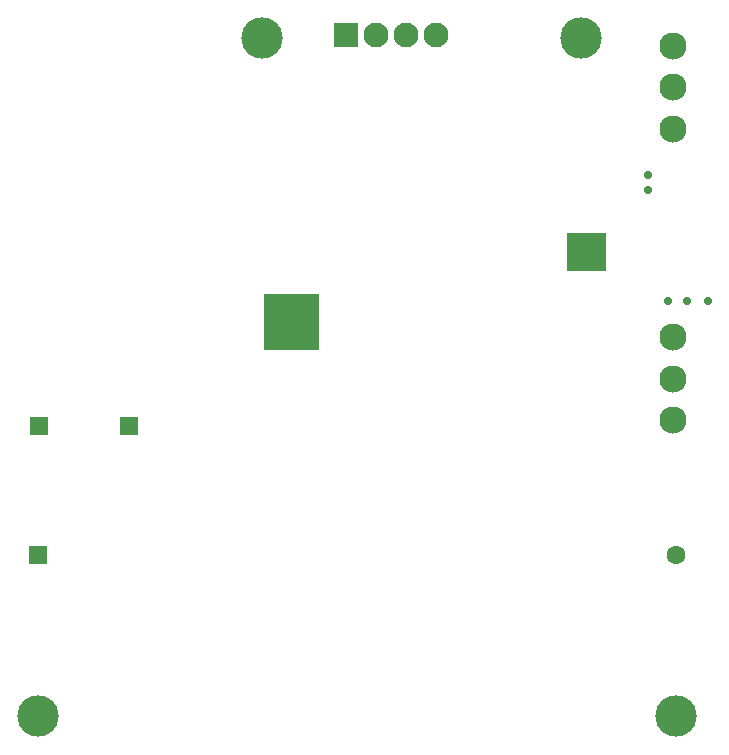
<source format=gbs>
G04*
G04 #@! TF.GenerationSoftware,Altium Limited,Altium Designer,19.1.8 (144)*
G04*
G04 Layer_Color=16711935*
%FSLAX44Y44*%
%MOMM*%
G71*
G01*
G75*
%ADD15C,3.5000*%
%ADD43C,0.1000*%
%ADD44C,2.3000*%
%ADD45C,2.1000*%
%ADD46R,2.1000X2.1000*%
%ADD47C,1.6000*%
%ADD48R,1.6000X1.6000*%
%ADD49C,0.8000*%
%ADD50C,0.7000*%
G36*
X231630Y397250D02*
X278000Y397250D01*
Y350250D01*
X231369Y350250D01*
X231630Y397250D01*
D02*
G37*
G36*
X488250Y449250D02*
X520750D01*
Y416750D01*
X488250D01*
Y449250D01*
D02*
G37*
D15*
X40000Y40000D02*
D03*
X580000D02*
D03*
X500000Y614000D02*
D03*
X230000D02*
D03*
D43*
X500000D02*
D03*
X230000D02*
D03*
X580000Y40000D02*
D03*
X40000D02*
D03*
D44*
X578000Y537500D02*
D03*
Y572500D02*
D03*
X578000Y291000D02*
D03*
Y326000D02*
D03*
X578000Y607500D02*
D03*
X578000Y361000D02*
D03*
D45*
X351450Y616750D02*
D03*
X326050D02*
D03*
X376850D02*
D03*
D46*
X300650D02*
D03*
D47*
X580250Y176500D02*
D03*
D48*
X40250D02*
D03*
X40650Y285750D02*
D03*
X116850D02*
D03*
D49*
X504500Y433000D02*
D03*
X494500Y443000D02*
D03*
X514500D02*
D03*
Y423000D02*
D03*
X494500D02*
D03*
X269750Y373500D02*
D03*
X254750Y388500D02*
D03*
X239750Y373500D02*
D03*
X254750Y358500D02*
D03*
X269750D02*
D03*
X239750D02*
D03*
X269750Y388500D02*
D03*
X239750D02*
D03*
X254750Y373500D02*
D03*
D50*
X589500Y391500D02*
D03*
X607000Y391750D02*
D03*
X573500Y392000D02*
D03*
X556500Y485250D02*
D03*
Y498250D02*
D03*
M02*

</source>
